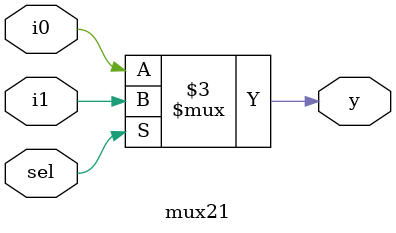
<source format=v>
module mux21(y, sel, i1, i0);
		output reg y;
		input sel, i1, i0;
		
		always @ (sel, i1, i0)
				if(sel)
					y <= i1;
				else 
					y <= i0;
endmodule

</source>
